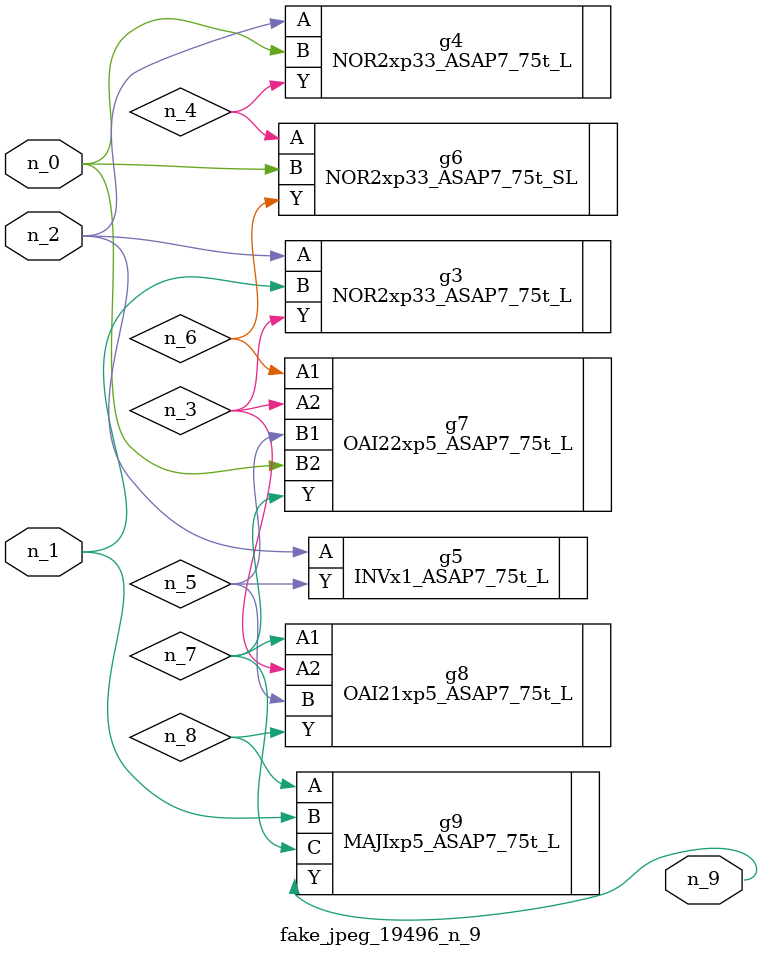
<source format=v>
module fake_jpeg_19496_n_9 (n_0, n_2, n_1, n_9);

input n_0;
input n_2;
input n_1;

output n_9;

wire n_3;
wire n_4;
wire n_8;
wire n_6;
wire n_5;
wire n_7;

NOR2xp33_ASAP7_75t_L g3 ( 
.A(n_2),
.B(n_1),
.Y(n_3)
);

NOR2xp33_ASAP7_75t_L g4 ( 
.A(n_2),
.B(n_0),
.Y(n_4)
);

INVx1_ASAP7_75t_L g5 ( 
.A(n_2),
.Y(n_5)
);

NOR2xp33_ASAP7_75t_SL g6 ( 
.A(n_4),
.B(n_0),
.Y(n_6)
);

OAI22xp5_ASAP7_75t_L g7 ( 
.A1(n_6),
.A2(n_3),
.B1(n_5),
.B2(n_0),
.Y(n_7)
);

OAI21xp5_ASAP7_75t_L g8 ( 
.A1(n_7),
.A2(n_3),
.B(n_5),
.Y(n_8)
);

MAJIxp5_ASAP7_75t_L g9 ( 
.A(n_8),
.B(n_1),
.C(n_7),
.Y(n_9)
);


endmodule
</source>
